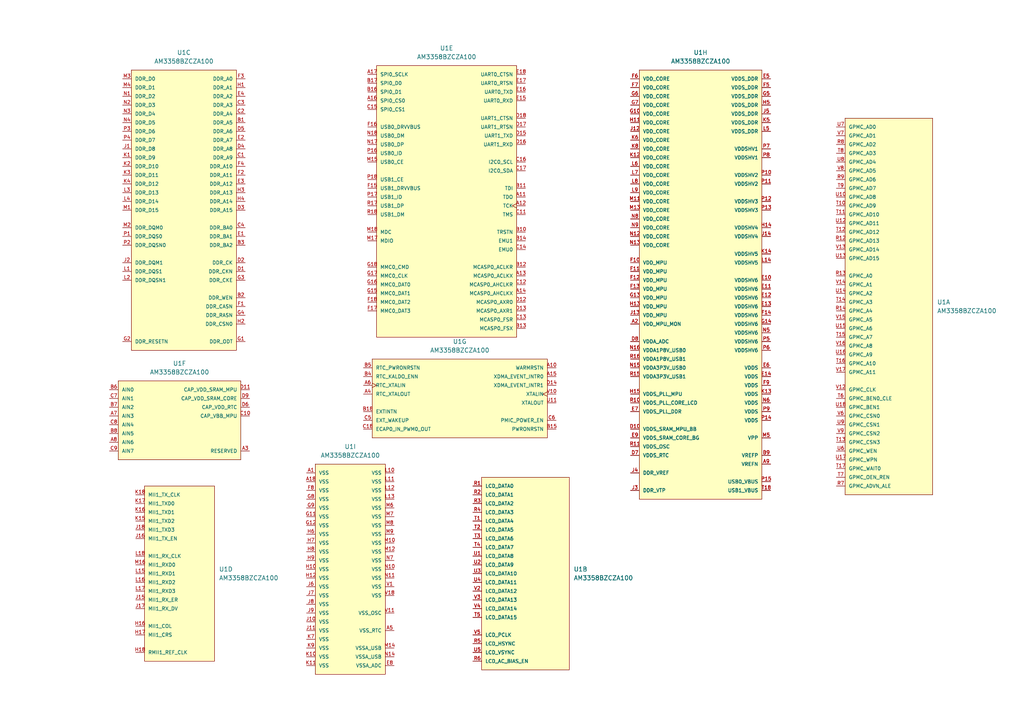
<source format=kicad_sch>
(kicad_sch (version 20211123) (generator eeschema)
  (paper "A4")
  (lib_symbols
    (symbol "eec:AM3358BZCZA100" (pin_names (offset 1.016))
      (property "Reference" "U" (at 0 5.08 0))
      (property "Value" "AM3358BZCZA100" (at 0 7.62 0))
      (symbol "AM3358BZCZA100_1_1"
        (rectangle (start 5.08 2.54) (end 30.48 -106.68) (fill (type background)))
        (pin bidirectional line (at 2.54 -33.02 0) (length 2.54) (name "GPMC_AD13") (number "R12"))
        (pin bidirectional line (at 2.54 -43.18 0) (length 2.54) (name "GPMC_A0") (number "R13"))
        (pin bidirectional line (at 2.54 -53.34 0) (length 2.54) (name "GPMC_A4") (number "R14"))
        (pin bidirectional line (at 2.54 -104.14 0) (length 2.54) (name "GPMC_ADVN_ALE") (number "R7"))
        (pin bidirectional line (at 2.54 -5.08 0) (length 2.54) (name "GPMC_AD2") (number "R8"))
        (pin bidirectional line (at 2.54 -15.24 0) (length 2.54) (name "GPMC_AD6") (number "R9"))
        (pin bidirectional line (at 2.54 -22.86 0) (length 2.54) (name "GPMC_AD9") (number "T10"))
        (pin bidirectional line (at 2.54 -25.4 0) (length 2.54) (name "GPMC_AD10") (number "T11"))
        (pin bidirectional line (at 2.54 -30.48 0) (length 2.54) (name "GPMC_AD12") (number "T12"))
        (pin bidirectional line (at 2.54 -91.44 0) (length 2.54) (name "GPMC_CSN3") (number "T13"))
        (pin bidirectional line (at 2.54 -50.8 0) (length 2.54) (name "GPMC_A3") (number "T14"))
        (pin bidirectional line (at 2.54 -60.96 0) (length 2.54) (name "GPMC_A7") (number "T15"))
        (pin bidirectional line (at 2.54 -68.58 0) (length 2.54) (name "GPMC_A10") (number "T16"))
        (pin bidirectional line (at 2.54 -99.06 0) (length 2.54) (name "GPMC_WAIT0") (number "T17"))
        (pin bidirectional line (at 2.54 -78.74 0) (length 2.54) (name "GPMC_BEN0_CLE") (number "T6"))
        (pin bidirectional line (at 2.54 -101.6 0) (length 2.54) (name "GPMC_OEN_REN") (number "T7"))
        (pin bidirectional line (at 2.54 -7.62 0) (length 2.54) (name "GPMC_AD3") (number "T8"))
        (pin bidirectional line (at 2.54 -17.78 0) (length 2.54) (name "GPMC_AD7") (number "T9"))
        (pin bidirectional line (at 2.54 -20.32 0) (length 2.54) (name "GPMC_AD8") (number "U10"))
        (pin bidirectional line (at 2.54 -27.94 0) (length 2.54) (name "GPMC_AD11") (number "U12"))
        (pin bidirectional line (at 2.54 -38.1 0) (length 2.54) (name "GPMC_AD15") (number "U13"))
        (pin bidirectional line (at 2.54 -48.26 0) (length 2.54) (name "GPMC_A2") (number "U14"))
        (pin bidirectional line (at 2.54 -58.42 0) (length 2.54) (name "GPMC_A6") (number "U15"))
        (pin bidirectional line (at 2.54 -66.04 0) (length 2.54) (name "GPMC_A9") (number "U16"))
        (pin bidirectional line (at 2.54 -96.52 0) (length 2.54) (name "GPMC_WPN") (number "U17"))
        (pin bidirectional line (at 2.54 -81.28 0) (length 2.54) (name "GPMC_BEN1") (number "U18"))
        (pin bidirectional line (at 2.54 -93.98 0) (length 2.54) (name "GPMC_WEN") (number "U6"))
        (pin bidirectional line (at 2.54 0 0) (length 2.54) (name "GPMC_AD0") (number "U7"))
        (pin bidirectional line (at 2.54 -10.16 0) (length 2.54) (name "GPMC_AD4") (number "U8"))
        (pin bidirectional line (at 2.54 -86.36 0) (length 2.54) (name "GPMC_CSN1") (number "U9"))
        (pin bidirectional line (at 2.54 -76.2 0) (length 2.54) (name "GPMC_CLK") (number "V12"))
        (pin bidirectional line (at 2.54 -35.56 0) (length 2.54) (name "GPMC_AD14") (number "V13"))
        (pin bidirectional line (at 2.54 -45.72 0) (length 2.54) (name "GPMC_A1") (number "V14"))
        (pin bidirectional line (at 2.54 -55.88 0) (length 2.54) (name "GPMC_A5") (number "V15"))
        (pin bidirectional line (at 2.54 -63.5 0) (length 2.54) (name "GPMC_A8") (number "V16"))
        (pin bidirectional line (at 2.54 -71.12 0) (length 2.54) (name "GPMC_A11") (number "V17"))
        (pin bidirectional line (at 2.54 -83.82 0) (length 2.54) (name "GPMC_CSN0") (number "V6"))
        (pin bidirectional line (at 2.54 -2.54 0) (length 2.54) (name "GPMC_AD1") (number "V7"))
        (pin bidirectional line (at 2.54 -12.7 0) (length 2.54) (name "GPMC_AD5") (number "V8"))
        (pin bidirectional line (at 2.54 -88.9 0) (length 2.54) (name "GPMC_CSN2") (number "V9"))
      )
      (symbol "AM3358BZCZA100_2_1"
        (rectangle (start 5.08 2.54) (end 30.48 -53.34) (fill (type background)))
        (pin bidirectional line (at 2.54 0 0) (length 2.54) (name "LCD_DATA0") (number "R1"))
        (pin bidirectional line (at 2.54 -2.54 0) (length 2.54) (name "LCD_DATA1") (number "R2"))
        (pin bidirectional line (at 2.54 -5.08 0) (length 2.54) (name "LCD_DATA2") (number "R3"))
        (pin bidirectional line (at 2.54 -7.62 0) (length 2.54) (name "LCD_DATA3") (number "R4"))
        (pin bidirectional line (at 2.54 -45.72 0) (length 2.54) (name "LCD_HSYNC") (number "R5"))
        (pin bidirectional line (at 2.54 -50.8 0) (length 2.54) (name "LCD_AC_BIAS_EN") (number "R6"))
        (pin bidirectional line (at 2.54 -10.16 0) (length 2.54) (name "LCD_DATA4") (number "T1"))
        (pin bidirectional line (at 2.54 -12.7 0) (length 2.54) (name "LCD_DATA5") (number "T2"))
        (pin bidirectional line (at 2.54 -15.24 0) (length 2.54) (name "LCD_DATA6") (number "T3"))
        (pin bidirectional line (at 2.54 -17.78 0) (length 2.54) (name "LCD_DATA7") (number "T4"))
        (pin bidirectional line (at 2.54 -38.1 0) (length 2.54) (name "LCD_DATA15") (number "T5"))
        (pin bidirectional line (at 2.54 -20.32 0) (length 2.54) (name "LCD_DATA8") (number "U1"))
        (pin bidirectional line (at 2.54 -22.86 0) (length 2.54) (name "LCD_DATA9") (number "U2"))
        (pin bidirectional line (at 2.54 -25.4 0) (length 2.54) (name "LCD_DATA10") (number "U3"))
        (pin bidirectional line (at 2.54 -27.94 0) (length 2.54) (name "LCD_DATA11") (number "U4"))
        (pin bidirectional line (at 2.54 -48.26 0) (length 2.54) (name "LCD_VSYNC") (number "U5"))
        (pin bidirectional line (at 2.54 -30.48 0) (length 2.54) (name "LCD_DATA12") (number "V2"))
        (pin bidirectional line (at 2.54 -33.02 0) (length 2.54) (name "LCD_DATA13") (number "V3"))
        (pin bidirectional line (at 2.54 -35.56 0) (length 2.54) (name "LCD_DATA14") (number "V4"))
        (pin bidirectional line (at 2.54 -43.18 0) (length 2.54) (name "LCD_PCLK") (number "V5"))
      )
      (symbol "AM3358BZCZA100_3_1"
        (rectangle (start 5.08 2.54) (end 35.56 -78.74) (fill (type background)))
        (pin output line (at 38.1 -12.7 180) (length 2.54) (name "DDR_A5") (number "B1"))
        (pin output line (at 38.1 -63.5 180) (length 2.54) (name "DDR_WEN") (number "B2"))
        (pin output line (at 38.1 -48.26 180) (length 2.54) (name "DDR_BA2") (number "B3"))
        (pin output line (at 38.1 -22.86 180) (length 2.54) (name "DDR_A9") (number "C1"))
        (pin output line (at 38.1 -10.16 180) (length 2.54) (name "DDR_A4") (number "C2"))
        (pin output line (at 38.1 -7.62 180) (length 2.54) (name "DDR_A3") (number "C3"))
        (pin output line (at 38.1 -43.18 180) (length 2.54) (name "DDR_BA0") (number "C4"))
        (pin output line (at 38.1 -55.88 180) (length 2.54) (name "DDR_CKN") (number "D1"))
        (pin output line (at 38.1 -53.34 180) (length 2.54) (name "DDR_CK") (number "D2"))
        (pin output line (at 38.1 -38.1 180) (length 2.54) (name "DDR_A15") (number "D3"))
        (pin output line (at 38.1 -20.32 180) (length 2.54) (name "DDR_A8") (number "D4"))
        (pin output line (at 38.1 -15.24 180) (length 2.54) (name "DDR_A6") (number "D5"))
        (pin output line (at 38.1 -45.72 180) (length 2.54) (name "DDR_BA1") (number "E1"))
        (pin output line (at 38.1 -17.78 180) (length 2.54) (name "DDR_A7") (number "E2"))
        (pin output line (at 38.1 -30.48 180) (length 2.54) (name "DDR_A12") (number "E3"))
        (pin output line (at 38.1 -5.08 180) (length 2.54) (name "DDR_A2") (number "E4"))
        (pin output line (at 38.1 -66.04 180) (length 2.54) (name "DDR_CASN") (number "F1"))
        (pin output line (at 38.1 -27.94 180) (length 2.54) (name "DDR_A11") (number "F2"))
        (pin output line (at 38.1 0 180) (length 2.54) (name "DDR_A0") (number "F3"))
        (pin output line (at 38.1 -25.4 180) (length 2.54) (name "DDR_A10") (number "F4"))
        (pin output line (at 38.1 -76.2 180) (length 2.54) (name "DDR_ODT") (number "G1"))
        (pin output line (at 2.54 -76.2 0) (length 2.54) (name "DDR_RESETN") (number "G2"))
        (pin output line (at 38.1 -58.42 180) (length 2.54) (name "DDR_CKE") (number "G3"))
        (pin output line (at 38.1 -68.58 180) (length 2.54) (name "DDR_RASN") (number "G4"))
        (pin output line (at 38.1 -2.54 180) (length 2.54) (name "DDR_A1") (number "H1"))
        (pin output line (at 38.1 -71.12 180) (length 2.54) (name "DDR_CSN0") (number "H2"))
        (pin output line (at 38.1 -33.02 180) (length 2.54) (name "DDR_A13") (number "H3"))
        (pin output line (at 38.1 -35.56 180) (length 2.54) (name "DDR_A14") (number "H4"))
        (pin bidirectional line (at 2.54 -20.32 0) (length 2.54) (name "DDR_D8") (number "J1"))
        (pin output line (at 2.54 -53.34 0) (length 2.54) (name "DDR_DQM1") (number "J2"))
        (pin bidirectional line (at 2.54 -22.86 0) (length 2.54) (name "DDR_D9") (number "K1"))
        (pin bidirectional line (at 2.54 -25.4 0) (length 2.54) (name "DDR_D10") (number "K2"))
        (pin bidirectional line (at 2.54 -27.94 0) (length 2.54) (name "DDR_D11") (number "K3"))
        (pin bidirectional line (at 2.54 -30.48 0) (length 2.54) (name "DDR_D12") (number "K4"))
        (pin bidirectional line (at 2.54 -55.88 0) (length 2.54) (name "DDR_DQS1") (number "L1"))
        (pin bidirectional line (at 2.54 -58.42 0) (length 2.54) (name "DDR_DQSN1") (number "L2"))
        (pin bidirectional line (at 2.54 -33.02 0) (length 2.54) (name "DDR_D13") (number "L3"))
        (pin bidirectional line (at 2.54 -35.56 0) (length 2.54) (name "DDR_D14") (number "L4"))
        (pin bidirectional line (at 2.54 -38.1 0) (length 2.54) (name "DDR_D15") (number "M1"))
        (pin output line (at 2.54 -43.18 0) (length 2.54) (name "DDR_DQM0") (number "M2"))
        (pin bidirectional line (at 2.54 0 0) (length 2.54) (name "DDR_D0") (number "M3"))
        (pin bidirectional line (at 2.54 -2.54 0) (length 2.54) (name "DDR_D1") (number "M4"))
        (pin bidirectional line (at 2.54 -5.08 0) (length 2.54) (name "DDR_D2") (number "N1"))
        (pin bidirectional line (at 2.54 -7.62 0) (length 2.54) (name "DDR_D3") (number "N2"))
        (pin bidirectional line (at 2.54 -10.16 0) (length 2.54) (name "DDR_D4") (number "N3"))
        (pin bidirectional line (at 2.54 -12.7 0) (length 2.54) (name "DDR_D5") (number "N4"))
        (pin bidirectional line (at 2.54 -45.72 0) (length 2.54) (name "DDR_DQS0") (number "P1"))
        (pin bidirectional line (at 2.54 -48.26 0) (length 2.54) (name "DDR_DQSN0") (number "P2"))
        (pin bidirectional line (at 2.54 -15.24 0) (length 2.54) (name "DDR_D6") (number "P3"))
        (pin bidirectional line (at 2.54 -17.78 0) (length 2.54) (name "DDR_D7") (number "P4"))
      )
      (symbol "AM3358BZCZA100_4_1"
        (rectangle (start 5.08 2.54) (end 25.4 -48.26) (fill (type background)))
        (pin bidirectional line (at 2.54 -38.1 0) (length 2.54) (name "MII1_COL") (number "H16"))
        (pin bidirectional line (at 2.54 -40.64 0) (length 2.54) (name "MII1_CRS") (number "H17"))
        (pin bidirectional line (at 2.54 -45.72 0) (length 2.54) (name "RMII1_REF_CLK") (number "H18"))
        (pin bidirectional line (at 2.54 -30.48 0) (length 2.54) (name "MII1_RX_ER") (number "J15"))
        (pin bidirectional line (at 2.54 -12.7 0) (length 2.54) (name "MII1_TX_EN") (number "J16"))
        (pin bidirectional line (at 2.54 -33.02 0) (length 2.54) (name "MII1_RX_DV") (number "J17"))
        (pin bidirectional line (at 2.54 -10.16 0) (length 2.54) (name "MII1_TXD3") (number "J18"))
        (pin bidirectional line (at 2.54 -7.62 0) (length 2.54) (name "MII1_TXD2") (number "K15"))
        (pin bidirectional line (at 2.54 -5.08 0) (length 2.54) (name "MII1_TXD1") (number "K16"))
        (pin bidirectional line (at 2.54 -2.54 0) (length 2.54) (name "MII1_TXD0") (number "K17"))
        (pin bidirectional line (at 2.54 0 0) (length 2.54) (name "MII1_TX_CLK") (number "K18"))
        (pin bidirectional line (at 2.54 -22.86 0) (length 2.54) (name "MII1_RXD1") (number "L15"))
        (pin bidirectional line (at 2.54 -25.4 0) (length 2.54) (name "MII1_RXD2") (number "L16"))
        (pin bidirectional line (at 2.54 -27.94 0) (length 2.54) (name "MII1_RXD3") (number "L17"))
        (pin bidirectional line (at 2.54 -17.78 0) (length 2.54) (name "MII1_RX_CLK") (number "L18"))
        (pin bidirectional line (at 2.54 -20.32 0) (length 2.54) (name "MII1_RXD0") (number "M16"))
      )
      (symbol "AM3358BZCZA100_5_1"
        (rectangle (start 5.08 2.54) (end 45.72 -76.2) (fill (type background)))
        (pin output line (at 48.26 -35.56 180) (length 2.54) (name "TDO") (number "A11"))
        (pin input clock (at 48.26 -38.1 180) (length 2.54) (name "TCK") (number "A12"))
        (pin bidirectional line (at 48.26 -58.42 180) (length 2.54) (name "MCASP0_ACLKX") (number "A13"))
        (pin bidirectional line (at 48.26 -63.5 180) (length 2.54) (name "MCASP0_AHCLKX") (number "A14"))
        (pin bidirectional line (at 2.54 -7.62 0) (length 2.54) (name "SPI0_CS0") (number "A16"))
        (pin bidirectional line (at 2.54 0 0) (length 2.54) (name "SPI0_SCLK") (number "A17"))
        (pin input line (at 48.26 -45.72 180) (length 2.54) (name "TRSTN") (number "B10"))
        (pin input line (at 48.26 -33.02 180) (length 2.54) (name "TDI") (number "B11"))
        (pin bidirectional line (at 48.26 -55.88 180) (length 2.54) (name "MCASP0_ACLKR") (number "B12"))
        (pin bidirectional line (at 48.26 -73.66 180) (length 2.54) (name "MCASP0_FSX") (number "B13"))
        (pin bidirectional line (at 48.26 -48.26 180) (length 2.54) (name "EMU1") (number "B14"))
        (pin bidirectional line (at 2.54 -5.08 0) (length 2.54) (name "SPI0_D1") (number "B16"))
        (pin bidirectional line (at 2.54 -2.54 0) (length 2.54) (name "SPI0_D0") (number "B17"))
        (pin input line (at 48.26 -40.64 180) (length 2.54) (name "TMS") (number "C11"))
        (pin bidirectional line (at 48.26 -60.96 180) (length 2.54) (name "MCASP0_AHCLKR") (number "C12"))
        (pin bidirectional line (at 48.26 -71.12 180) (length 2.54) (name "MCASP0_FSR") (number "C13"))
        (pin bidirectional line (at 48.26 -50.8 180) (length 2.54) (name "EMU0") (number "C14"))
        (pin bidirectional line (at 2.54 -10.16 0) (length 2.54) (name "SPI0_CS1") (number "C15"))
        (pin bidirectional line (at 48.26 -25.4 180) (length 2.54) (name "I2C0_SCL") (number "C16"))
        (pin bidirectional line (at 48.26 -27.94 180) (length 2.54) (name "I2C0_SDA") (number "C17"))
        (pin bidirectional line (at 48.26 -66.04 180) (length 2.54) (name "MCASP0_AXR0") (number "D12"))
        (pin bidirectional line (at 48.26 -68.58 180) (length 2.54) (name "MCASP0_AXR1") (number "D13"))
        (pin bidirectional line (at 48.26 -17.78 180) (length 2.54) (name "UART1_TXD") (number "D15"))
        (pin bidirectional line (at 48.26 -20.32 180) (length 2.54) (name "UART1_RXD") (number "D16"))
        (pin bidirectional line (at 48.26 -15.24 180) (length 2.54) (name "UART1_RTSN") (number "D17"))
        (pin bidirectional line (at 48.26 -12.7 180) (length 2.54) (name "UART1_CTSN") (number "D18"))
        (pin bidirectional line (at 48.26 -7.62 180) (length 2.54) (name "UART0_RXD") (number "E15"))
        (pin bidirectional line (at 48.26 -5.08 180) (length 2.54) (name "UART0_TXD") (number "E16"))
        (pin bidirectional line (at 48.26 -2.54 180) (length 2.54) (name "UART0_RTSN") (number "E17"))
        (pin bidirectional line (at 48.26 0 180) (length 2.54) (name "UART0_CTSN") (number "E18"))
        (pin bidirectional line (at 2.54 -33.02 0) (length 2.54) (name "USB1_DRVVBUS") (number "F15"))
        (pin bidirectional line (at 2.54 -15.24 0) (length 2.54) (name "USB0_DRVVBUS") (number "F16"))
        (pin bidirectional line (at 2.54 -68.58 0) (length 2.54) (name "MMC0_DAT3") (number "F17"))
        (pin bidirectional line (at 2.54 -66.04 0) (length 2.54) (name "MMC0_DAT2") (number "F18"))
        (pin bidirectional line (at 2.54 -63.5 0) (length 2.54) (name "MMC0_DAT1") (number "G15"))
        (pin bidirectional line (at 2.54 -60.96 0) (length 2.54) (name "MMC0_DAT0") (number "G16"))
        (pin bidirectional line (at 2.54 -58.42 0) (length 2.54) (name "MMC0_CLK") (number "G17"))
        (pin bidirectional line (at 2.54 -55.88 0) (length 2.54) (name "MMC0_CMD") (number "G18"))
        (pin output line (at 2.54 -25.4 0) (length 2.54) (name "USB0_CE") (number "M15"))
        (pin bidirectional line (at 2.54 -48.26 0) (length 2.54) (name "MDIO") (number "M17"))
        (pin bidirectional line (at 2.54 -45.72 0) (length 2.54) (name "MDC") (number "M18"))
        (pin output line (at 2.54 -20.32 0) (length 2.54) (name "USB0_DP") (number "N17"))
        (pin output line (at 2.54 -17.78 0) (length 2.54) (name "USB0_DM") (number "N18"))
        (pin input line (at 2.54 -22.86 0) (length 2.54) (name "USB0_ID") (number "P16"))
        (pin input line (at 2.54 -35.56 0) (length 2.54) (name "USB1_ID") (number "P17"))
        (pin output line (at 2.54 -30.48 0) (length 2.54) (name "USB1_CE") (number "P18"))
        (pin output line (at 2.54 -38.1 0) (length 2.54) (name "USB1_DP") (number "R17"))
        (pin output line (at 2.54 -40.64 0) (length 2.54) (name "USB1_DM") (number "R18"))
      )
      (symbol "AM3358BZCZA100_6_1"
        (rectangle (start 5.08 2.54) (end 40.64 -20.32) (fill (type background)))
        (pin passive line (at 43.18 -17.78 180) (length 2.54) (name "RESERVED") (number "A3"))
        (pin bidirectional line (at 2.54 -7.62 0) (length 2.54) (name "AIN3") (number "A7"))
        (pin input line (at 2.54 -15.24 0) (length 2.54) (name "AIN6") (number "A8"))
        (pin bidirectional line (at 2.54 0 0) (length 2.54) (name "AIN0") (number "B6"))
        (pin bidirectional line (at 2.54 -5.08 0) (length 2.54) (name "AIN2") (number "B7"))
        (pin input line (at 2.54 -12.7 0) (length 2.54) (name "AIN5") (number "B8"))
        (pin passive line (at 43.18 -7.62 180) (length 2.54) (name "CAP_VBB_MPU") (number "C10"))
        (pin bidirectional line (at 2.54 -2.54 0) (length 2.54) (name "AIN1") (number "C7"))
        (pin bidirectional line (at 2.54 -10.16 0) (length 2.54) (name "AIN4") (number "C8"))
        (pin input line (at 2.54 -17.78 0) (length 2.54) (name "AIN7") (number "C9"))
        (pin passive line (at 43.18 0 180) (length 2.54) (name "CAP_VDD_SRAM_MPU") (number "D11"))
        (pin passive line (at 43.18 -5.08 180) (length 2.54) (name "CAP_VDD_RTC") (number "D6"))
        (pin passive line (at 43.18 -2.54 180) (length 2.54) (name "CAP_VDD_SRAM_CORE") (number "D9"))
      )
      (symbol "AM3358BZCZA100_7_1"
        (rectangle (start 5.08 2.54) (end 55.88 -20.32) (fill (type background)))
        (pin bidirectional line (at 58.42 0 180) (length 2.54) (name "WARMRSTN") (number "A10"))
        (pin input line (at 58.42 -2.54 180) (length 2.54) (name "XDMA_EVENT_INTR0") (number "A15"))
        (pin output line (at 2.54 -7.62 0) (length 2.54) (name "RTC_XTALOUT") (number "A4"))
        (pin input clock (at 2.54 -5.08 0) (length 2.54) (name "RTC_XTALIN") (number "A6"))
        (pin input line (at 58.42 -17.78 180) (length 2.54) (name "PWRONRSTN") (number "B15"))
        (pin input line (at 2.54 -12.7 0) (length 2.54) (name "EXTINTN") (number "B18"))
        (pin input line (at 2.54 -2.54 0) (length 2.54) (name "RTC_KALDO_ENN") (number "B4"))
        (pin input line (at 2.54 0 0) (length 2.54) (name "RTC_PWRONRSTN") (number "B5"))
        (pin bidirectional line (at 2.54 -17.78 0) (length 2.54) (name "ECAP0_IN_PWM0_OUT") (number "C18"))
        (pin input line (at 2.54 -15.24 0) (length 2.54) (name "EXT_WAKEUP") (number "C5"))
        (pin output line (at 58.42 -15.24 180) (length 2.54) (name "PMIC_POWER_EN") (number "C6"))
        (pin input line (at 58.42 -5.08 180) (length 2.54) (name "XDMA_EVENT_INTR1") (number "D14"))
        (pin output line (at 58.42 -10.16 180) (length 2.54) (name "XTALOUT") (number "U11"))
        (pin input clock (at 58.42 -7.62 180) (length 2.54) (name "XTALIN") (number "V10"))
      )
      (symbol "AM3358BZCZA100_8_1"
        (rectangle (start 5.08 2.54) (end 40.64 -121.92) (fill (type background)))
        (pin power_in line (at 2.54 -71.12 0) (length 2.54) (name "VDD_MPU_MON") (number "A2"))
        (pin power_in line (at 43.18 -111.76 180) (length 2.54) (name "VREFN") (number "A9"))
        (pin power_in line (at 43.18 -109.22 180) (length 2.54) (name "VREFP") (number "B9"))
        (pin power_in line (at 2.54 -101.6 0) (length 2.54) (name "VDDS_SRAM_MPU_BB") (number "D10"))
        (pin power_in line (at 2.54 -109.22 0) (length 2.54) (name "VDDS_RTC") (number "D7"))
        (pin power_in line (at 2.54 -76.2 0) (length 2.54) (name "VDDA_ADC") (number "D8"))
        (pin power_in line (at 43.18 -58.42 180) (length 2.54) (name "VDDSHV6") (number "E10"))
        (pin power_in line (at 43.18 -60.96 180) (length 2.54) (name "VDDSHV6") (number "E11"))
        (pin power_in line (at 43.18 -63.5 180) (length 2.54) (name "VDDSHV6") (number "E12"))
        (pin power_in line (at 43.18 -66.04 180) (length 2.54) (name "VDDSHV6") (number "E13"))
        (pin power_in line (at 43.18 -86.36 180) (length 2.54) (name "VDDS") (number "E14"))
        (pin power_in line (at 43.18 0 180) (length 2.54) (name "VDDS_DDR") (number "E5"))
        (pin power_in line (at 43.18 -83.82 180) (length 2.54) (name "VDDS") (number "E6"))
        (pin power_in line (at 2.54 -96.52 0) (length 2.54) (name "VDDS_PLL_DDR") (number "E7"))
        (pin power_in line (at 2.54 -104.14 0) (length 2.54) (name "VDDS_SRAM_CORE_BG") (number "E9"))
        (pin power_in line (at 2.54 -53.34 0) (length 2.54) (name "VDD_MPU") (number "F10"))
        (pin power_in line (at 2.54 -55.88 0) (length 2.54) (name "VDD_MPU") (number "F11"))
        (pin power_in line (at 2.54 -58.42 0) (length 2.54) (name "VDD_MPU") (number "F12"))
        (pin power_in line (at 2.54 -60.96 0) (length 2.54) (name "VDD_MPU") (number "F13"))
        (pin power_in line (at 43.18 -68.58 180) (length 2.54) (name "VDDSHV6") (number "F14"))
        (pin power_in line (at 43.18 -2.54 180) (length 2.54) (name "VDDS_DDR") (number "F5"))
        (pin power_in line (at 2.54 0 0) (length 2.54) (name "VDD_CORE") (number "F6"))
        (pin power_in line (at 2.54 -2.54 0) (length 2.54) (name "VDD_CORE") (number "F7"))
        (pin power_in line (at 43.18 -88.9 180) (length 2.54) (name "VDDS") (number "F9"))
        (pin power_in line (at 2.54 -10.16 0) (length 2.54) (name "VDD_CORE") (number "G10"))
        (pin power_in line (at 2.54 -63.5 0) (length 2.54) (name "VDD_MPU") (number "G13"))
        (pin power_in line (at 43.18 -71.12 180) (length 2.54) (name "VDDSHV6") (number "G14"))
        (pin power_in line (at 43.18 -5.08 180) (length 2.54) (name "VDDS_DDR") (number "G5"))
        (pin power_in line (at 2.54 -5.08 0) (length 2.54) (name "VDD_CORE") (number "G6"))
        (pin power_in line (at 2.54 -7.62 0) (length 2.54) (name "VDD_CORE") (number "G7"))
        (pin power_in line (at 2.54 -12.7 0) (length 2.54) (name "VDD_CORE") (number "H11"))
        (pin power_in line (at 2.54 -66.04 0) (length 2.54) (name "VDD_MPU") (number "H13"))
        (pin power_in line (at 43.18 -43.18 180) (length 2.54) (name "VDDSHV4") (number "H14"))
        (pin power_in line (at 2.54 -91.44 0) (length 2.54) (name "VDDS_PLL_MPU") (number "H15"))
        (pin power_in line (at 43.18 -7.62 180) (length 2.54) (name "VDDS_DDR") (number "H5"))
        (pin power_in line (at 2.54 -15.24 0) (length 2.54) (name "VDD_CORE") (number "J12"))
        (pin power_in line (at 2.54 -68.58 0) (length 2.54) (name "VDD_MPU") (number "J13"))
        (pin power_in line (at 43.18 -45.72 180) (length 2.54) (name "VDDSHV4") (number "J14"))
        (pin power_in line (at 2.54 -119.38 0) (length 2.54) (name "DDR_VTP") (number "J3"))
        (pin power_in line (at 2.54 -114.3 0) (length 2.54) (name "DDR_VREF") (number "J4"))
        (pin power_in line (at 43.18 -10.16 180) (length 2.54) (name "VDDS_DDR") (number "J5"))
        (pin power_in line (at 2.54 -22.86 0) (length 2.54) (name "VDD_CORE") (number "K12"))
        (pin power_in line (at 43.18 -91.44 180) (length 2.54) (name "VDDS") (number "K13"))
        (pin power_in line (at 43.18 -50.8 180) (length 2.54) (name "VDDSHV5") (number "K14"))
        (pin power_in line (at 43.18 -12.7 180) (length 2.54) (name "VDDS_DDR") (number "K5"))
        (pin power_in line (at 2.54 -17.78 0) (length 2.54) (name "VDD_CORE") (number "K6"))
        (pin power_in line (at 2.54 -20.32 0) (length 2.54) (name "VDD_CORE") (number "K8"))
        (pin power_in line (at 43.18 -53.34 180) (length 2.54) (name "VDDSHV5") (number "L14"))
        (pin power_in line (at 43.18 -15.24 180) (length 2.54) (name "VDDS_DDR") (number "L5"))
        (pin power_in line (at 2.54 -25.4 0) (length 2.54) (name "VDD_CORE") (number "L6"))
        (pin power_in line (at 2.54 -27.94 0) (length 2.54) (name "VDD_CORE") (number "L7"))
        (pin power_in line (at 2.54 -30.48 0) (length 2.54) (name "VDD_CORE") (number "L8"))
        (pin power_in line (at 2.54 -33.02 0) (length 2.54) (name "VDD_CORE") (number "L9"))
        (pin power_in line (at 2.54 -35.56 0) (length 2.54) (name "VDD_CORE") (number "M11"))
        (pin power_in line (at 2.54 -38.1 0) (length 2.54) (name "VDD_CORE") (number "M13"))
        (pin power_in line (at 43.18 -104.14 180) (length 2.54) (name "VPP") (number "M5"))
        (pin power_in line (at 2.54 -45.72 0) (length 2.54) (name "VDD_CORE") (number "N12"))
        (pin power_in line (at 2.54 -48.26 0) (length 2.54) (name "VDD_CORE") (number "N13"))
        (pin power_in line (at 2.54 -83.82 0) (length 2.54) (name "VDDA3P3V_USB0") (number "N15"))
        (pin power_in line (at 2.54 -78.74 0) (length 2.54) (name "VDDA1P8V_USB0") (number "N16"))
        (pin power_in line (at 43.18 -73.66 180) (length 2.54) (name "VDDSHV6") (number "N5"))
        (pin power_in line (at 43.18 -93.98 180) (length 2.54) (name "VDDS") (number "N6"))
        (pin power_in line (at 2.54 -40.64 0) (length 2.54) (name "VDD_CORE") (number "N8"))
        (pin power_in line (at 2.54 -43.18 0) (length 2.54) (name "VDD_CORE") (number "N9"))
        (pin power_in line (at 43.18 -27.94 180) (length 2.54) (name "VDDSHV2") (number "P10"))
        (pin power_in line (at 43.18 -30.48 180) (length 2.54) (name "VDDSHV2") (number "P11"))
        (pin power_in line (at 43.18 -35.56 180) (length 2.54) (name "VDDSHV3") (number "P12"))
        (pin power_in line (at 43.18 -38.1 180) (length 2.54) (name "VDDSHV3") (number "P13"))
        (pin power_in line (at 43.18 -99.06 180) (length 2.54) (name "VDDS") (number "P14"))
        (pin power_in line (at 43.18 -116.84 180) (length 2.54) (name "USB0_VBUS") (number "P15"))
        (pin power_in line (at 43.18 -76.2 180) (length 2.54) (name "VDDSHV6") (number "P5"))
        (pin power_in line (at 43.18 -78.74 180) (length 2.54) (name "VDDSHV6") (number "P6"))
        (pin power_in line (at 43.18 -20.32 180) (length 2.54) (name "VDDSHV1") (number "P7"))
        (pin power_in line (at 43.18 -22.86 180) (length 2.54) (name "VDDSHV1") (number "P8"))
        (pin power_in line (at 43.18 -96.52 180) (length 2.54) (name "VDDS") (number "P9"))
        (pin power_in line (at 2.54 -93.98 0) (length 2.54) (name "VDDS_PLL_CORE_LCD") (number "R10"))
        (pin power_in line (at 2.54 -106.68 0) (length 2.54) (name "VDDS_OSC") (number "R11"))
        (pin power_in line (at 2.54 -86.36 0) (length 2.54) (name "VDDA3P3V_USB1") (number "R15"))
        (pin power_in line (at 2.54 -81.28 0) (length 2.54) (name "VDDA1P8V_USB1") (number "R16"))
        (pin power_in line (at 43.18 -119.38 180) (length 2.54) (name "USB1_VBUS") (number "T18"))
      )
      (symbol "AM3358BZCZA100_9_1"
        (rectangle (start 5.08 2.54) (end 25.4 -58.42) (fill (type background)))
        (pin passive line (at 2.54 0 0) (length 2.54) (name "VSS") (number "A1"))
        (pin passive line (at 2.54 -2.54 0) (length 2.54) (name "VSS") (number "A18"))
        (pin passive line (at 27.94 -45.72 180) (length 2.54) (name "VSS_RTC") (number "A5"))
        (pin passive line (at 27.94 -55.88 180) (length 2.54) (name "VSSA_ADC") (number "E8"))
        (pin passive line (at 2.54 -5.08 0) (length 2.54) (name "VSS") (number "F8"))
        (pin passive line (at 2.54 -12.7 0) (length 2.54) (name "VSS") (number "G11"))
        (pin passive line (at 2.54 -15.24 0) (length 2.54) (name "VSS") (number "G12"))
        (pin passive line (at 2.54 -7.62 0) (length 2.54) (name "VSS") (number "G8"))
        (pin passive line (at 2.54 -10.16 0) (length 2.54) (name "VSS") (number "G9"))
        (pin passive line (at 2.54 -27.94 0) (length 2.54) (name "VSS") (number "H10"))
        (pin passive line (at 2.54 -30.48 0) (length 2.54) (name "VSS") (number "H12"))
        (pin passive line (at 2.54 -17.78 0) (length 2.54) (name "VSS") (number "H6"))
        (pin passive line (at 2.54 -20.32 0) (length 2.54) (name "VSS") (number "H7"))
        (pin passive line (at 2.54 -22.86 0) (length 2.54) (name "VSS") (number "H8"))
        (pin passive line (at 2.54 -25.4 0) (length 2.54) (name "VSS") (number "H9"))
        (pin passive line (at 2.54 -43.18 0) (length 2.54) (name "VSS") (number "J10"))
        (pin passive line (at 2.54 -45.72 0) (length 2.54) (name "VSS") (number "J11"))
        (pin passive line (at 2.54 -33.02 0) (length 2.54) (name "VSS") (number "J6"))
        (pin passive line (at 2.54 -35.56 0) (length 2.54) (name "VSS") (number "J7"))
        (pin passive line (at 2.54 -38.1 0) (length 2.54) (name "VSS") (number "J8"))
        (pin passive line (at 2.54 -40.64 0) (length 2.54) (name "VSS") (number "J9"))
        (pin passive line (at 2.54 -53.34 0) (length 2.54) (name "VSS") (number "K10"))
        (pin passive line (at 2.54 -55.88 0) (length 2.54) (name "VSS") (number "K11"))
        (pin passive line (at 2.54 -48.26 0) (length 2.54) (name "VSS") (number "K7"))
        (pin passive line (at 2.54 -50.8 0) (length 2.54) (name "VSS") (number "K9"))
        (pin passive line (at 27.94 0 180) (length 2.54) (name "VSS") (number "L10"))
        (pin passive line (at 27.94 -2.54 180) (length 2.54) (name "VSS") (number "L11"))
        (pin passive line (at 27.94 -5.08 180) (length 2.54) (name "VSS") (number "L12"))
        (pin passive line (at 27.94 -7.62 180) (length 2.54) (name "VSS") (number "L13"))
        (pin passive line (at 27.94 -20.32 180) (length 2.54) (name "VSS") (number "M10"))
        (pin passive line (at 27.94 -22.86 180) (length 2.54) (name "VSS") (number "M12"))
        (pin passive line (at 27.94 -50.8 180) (length 2.54) (name "VSSA_USB") (number "M14"))
        (pin passive line (at 27.94 -10.16 180) (length 2.54) (name "VSS") (number "M6"))
        (pin passive line (at 27.94 -12.7 180) (length 2.54) (name "VSS") (number "M7"))
        (pin passive line (at 27.94 -15.24 180) (length 2.54) (name "VSS") (number "M8"))
        (pin passive line (at 27.94 -17.78 180) (length 2.54) (name "VSS") (number "M9"))
        (pin passive line (at 27.94 -27.94 180) (length 2.54) (name "VSS") (number "N10"))
        (pin passive line (at 27.94 -30.48 180) (length 2.54) (name "VSS") (number "N11"))
        (pin passive line (at 27.94 -53.34 180) (length 2.54) (name "VSSA_USB") (number "N14"))
        (pin passive line (at 27.94 -25.4 180) (length 2.54) (name "VSS") (number "N7"))
        (pin passive line (at 27.94 -33.02 180) (length 2.54) (name "VSS") (number "V1"))
        (pin passive line (at 27.94 -40.64 180) (length 2.54) (name "VSS_OSC") (number "V11"))
        (pin passive line (at 27.94 -35.56 180) (length 2.54) (name "VSS") (number "V18"))
      )
    )
  )
  (symbol (lib_id "eec:AM3358BZCZA100") (at 180.34 22.86 0) (unit 8)
    (property "Reference" "U1" (at 203.2 15.24 0))
    (property "Value" "AM3358BZCZA100" (at 203.2 17.78 0))
    (property "Footprint" "eec:Texas_Instruments-AM3358BZCZA100-Manufacturer_Recommended" (effects hide))
    (property "Datasheet" "http://www.ti.com/lit/ds/symlink/am3352.pdf" (effects hide))
    (property "ARM CPU" "Cortex-A8" (effects hide))
    (property "CAN" "2" (effects hide))
    (property "Component Link 1 Description" "Manufacturer URL" (effects hide))
    (property "Component Link 1 URL" "http://www.ti.com/" (effects hide))
    (property "Component Link 3 Description" "Package Specification" (effects hide))
    (property "Component Link 3 URL" "http://www.ti.com/lit/ds/symlink/am3352.pdf" (effects hide))
    (property "Datasheet Version" "SPRS717F" (effects hide))
    (property "I 2 C" "3" (effects hide))
    (property "Mounting Technology" "Surface Mount" (effects hide))
    (property "Operating Temperature" "-40 to 105 degC" (effects hide))
    (property "Package Description" "324-Pin Plastic Ball Grid Array, Body 15 x 15 mm, Pitch 0.8 mm" (effects hide))
    (property "Package Version" "4211570/A" (effects hide))
    (property "SPI" "2" (effects hide))
    (property "UART SCI" "6" (effects hide))
    (property "category" "IC" (effects hide))
    (property "ciiva ids" "8821628" (effects hide))
    (property "library id" "98b6af279556e95e" (effects hide))
    (property "manufacturer" "Texas Instruments" (effects hide))
    (property "package" "ZCZ324" (effects hide))
    (property "release date" "1384951385" (effects hide))
    (property "vault revision" "D013F1F1-4D1E-4E19-AF8E-A8ECCC60F683" (effects hide))
    (property "e CAP" "3" (effects hide))
    (property "e QEP" "3" (effects hide))
    (property "imported" "yes" (effects hide))
  )
  (symbol (lib_id "eec:AM3358BZCZA100") (at 102.87 106.68 0) (unit 7)
    (property "Reference" "U1" (at 133.35 99.06 0))
    (property "Value" "AM3358BZCZA100" (at 133.35 101.6 0))
    (property "Footprint" "eec:Texas_Instruments-AM3358BZCZA100-Manufacturer_Recommended" (effects hide))
    (property "Datasheet" "http://www.ti.com/lit/ds/symlink/am3352.pdf" (effects hide))
    (property "ARM CPU" "Cortex-A8" (effects hide))
    (property "CAN" "2" (effects hide))
    (property "Component Link 1 Description" "Manufacturer URL" (effects hide))
    (property "Component Link 1 URL" "http://www.ti.com/" (effects hide))
    (property "Component Link 3 Description" "Package Specification" (effects hide))
    (property "Component Link 3 URL" "http://www.ti.com/lit/ds/symlink/am3352.pdf" (effects hide))
    (property "Datasheet Version" "SPRS717F" (effects hide))
    (property "I 2 C" "3" (effects hide))
    (property "Mounting Technology" "Surface Mount" (effects hide))
    (property "Operating Temperature" "-40 to 105 degC" (effects hide))
    (property "Package Description" "324-Pin Plastic Ball Grid Array, Body 15 x 15 mm, Pitch 0.8 mm" (effects hide))
    (property "Package Version" "4211570/A" (effects hide))
    (property "SPI" "2" (effects hide))
    (property "UART SCI" "6" (effects hide))
    (property "category" "IC" (effects hide))
    (property "ciiva ids" "8821628" (effects hide))
    (property "library id" "98b6af279556e95e" (effects hide))
    (property "manufacturer" "Texas Instruments" (effects hide))
    (property "package" "ZCZ324" (effects hide))
    (property "release date" "1384951385" (effects hide))
    (property "vault revision" "D013F1F1-4D1E-4E19-AF8E-A8ECCC60F683" (effects hide))
    (property "e CAP" "3" (effects hide))
    (property "e QEP" "3" (effects hide))
    (property "imported" "yes" (effects hide))
  )
  (symbol (lib_id "eec:AM3358BZCZA100") (at 29.21 113.03 0) (unit 6)
    (property "Reference" "U1" (at 52.07 105.41 0))
    (property "Value" "AM3358BZCZA100" (at 52.07 107.95 0))
    (property "Footprint" "eec:Texas_Instruments-AM3358BZCZA100-Manufacturer_Recommended" (effects hide))
    (property "Datasheet" "http://www.ti.com/lit/ds/symlink/am3352.pdf" (effects hide))
    (property "ARM CPU" "Cortex-A8" (effects hide))
    (property "CAN" "2" (effects hide))
    (property "Component Link 1 Description" "Manufacturer URL" (effects hide))
    (property "Component Link 1 URL" "http://www.ti.com/" (effects hide))
    (property "Component Link 3 Description" "Package Specification" (effects hide))
    (property "Component Link 3 URL" "http://www.ti.com/lit/ds/symlink/am3352.pdf" (effects hide))
    (property "Datasheet Version" "SPRS717F" (effects hide))
    (property "I 2 C" "3" (effects hide))
    (property "Mounting Technology" "Surface Mount" (effects hide))
    (property "Operating Temperature" "-40 to 105 degC" (effects hide))
    (property "Package Description" "324-Pin Plastic Ball Grid Array, Body 15 x 15 mm, Pitch 0.8 mm" (effects hide))
    (property "Package Version" "4211570/A" (effects hide))
    (property "SPI" "2" (effects hide))
    (property "UART SCI" "6" (effects hide))
    (property "category" "IC" (effects hide))
    (property "ciiva ids" "8821628" (effects hide))
    (property "library id" "98b6af279556e95e" (effects hide))
    (property "manufacturer" "Texas Instruments" (effects hide))
    (property "package" "ZCZ324" (effects hide))
    (property "release date" "1384951385" (effects hide))
    (property "vault revision" "D013F1F1-4D1E-4E19-AF8E-A8ECCC60F683" (effects hide))
    (property "e CAP" "3" (effects hide))
    (property "e QEP" "3" (effects hide))
    (property "imported" "yes" (effects hide))
  )
  (symbol (lib_id "eec:AM3358BZCZA100") (at 33.02 22.86 0) (unit 3)
    (property "Reference" "U1" (at 53.34 15.24 0))
    (property "Value" "AM3358BZCZA100" (at 53.34 17.78 0))
    (property "Footprint" "eec:Texas_Instruments-AM3358BZCZA100-Manufacturer_Recommended" (effects hide))
    (property "Datasheet" "http://www.ti.com/lit/ds/symlink/am3352.pdf" (effects hide))
    (property "ARM CPU" "Cortex-A8" (effects hide))
    (property "CAN" "2" (effects hide))
    (property "Component Link 1 Description" "Manufacturer URL" (effects hide))
    (property "Component Link 1 URL" "http://www.ti.com/" (effects hide))
    (property "Component Link 3 Description" "Package Specification" (effects hide))
    (property "Component Link 3 URL" "http://www.ti.com/lit/ds/symlink/am3352.pdf" (effects hide))
    (property "Datasheet Version" "SPRS717F" (effects hide))
    (property "I 2 C" "3" (effects hide))
    (property "Mounting Technology" "Surface Mount" (effects hide))
    (property "Operating Temperature" "-40 to 105 degC" (effects hide))
    (property "Package Description" "324-Pin Plastic Ball Grid Array, Body 15 x 15 mm, Pitch 0.8 mm" (effects hide))
    (property "Package Version" "4211570/A" (effects hide))
    (property "SPI" "2" (effects hide))
    (property "UART SCI" "6" (effects hide))
    (property "category" "IC" (effects hide))
    (property "ciiva ids" "8821628" (effects hide))
    (property "library id" "98b6af279556e95e" (effects hide))
    (property "manufacturer" "Texas Instruments" (effects hide))
    (property "package" "ZCZ324" (effects hide))
    (property "release date" "1384951385" (effects hide))
    (property "vault revision" "D013F1F1-4D1E-4E19-AF8E-A8ECCC60F683" (effects hide))
    (property "e CAP" "3" (effects hide))
    (property "e QEP" "3" (effects hide))
    (property "imported" "yes" (effects hide))
  )
  (symbol (lib_id "eec:AM3358BZCZA100") (at 36.83 143.51 0) (unit 4)
    (property "Reference" "U1" (at 63.5 165.0999 0) (effects (justify left)))
    (property "Value" "AM3358BZCZA100" (at 63.5 167.6399 0) (effects (justify left)))
    (property "Footprint" "eec:Texas_Instruments-AM3358BZCZA100-Manufacturer_Recommended" (effects hide))
    (property "Datasheet" "http://www.ti.com/lit/ds/symlink/am3352.pdf" (effects hide))
    (property "ARM CPU" "Cortex-A8" (effects hide))
    (property "CAN" "2" (effects hide))
    (property "Component Link 1 Description" "Manufacturer URL" (effects hide))
    (property "Component Link 1 URL" "http://www.ti.com/" (effects hide))
    (property "Component Link 3 Description" "Package Specification" (effects hide))
    (property "Component Link 3 URL" "http://www.ti.com/lit/ds/symlink/am3352.pdf" (effects hide))
    (property "Datasheet Version" "SPRS717F" (effects hide))
    (property "I 2 C" "3" (effects hide))
    (property "Mounting Technology" "Surface Mount" (effects hide))
    (property "Operating Temperature" "-40 to 105 degC" (effects hide))
    (property "Package Description" "324-Pin Plastic Ball Grid Array, Body 15 x 15 mm, Pitch 0.8 mm" (effects hide))
    (property "Package Version" "4211570/A" (effects hide))
    (property "SPI" "2" (effects hide))
    (property "UART SCI" "6" (effects hide))
    (property "category" "IC" (effects hide))
    (property "ciiva ids" "8821628" (effects hide))
    (property "library id" "98b6af279556e95e" (effects hide))
    (property "manufacturer" "Texas Instruments" (effects hide))
    (property "package" "ZCZ324" (effects hide))
    (property "release date" "1384951385" (effects hide))
    (property "vault revision" "D013F1F1-4D1E-4E19-AF8E-A8ECCC60F683" (effects hide))
    (property "e CAP" "3" (effects hide))
    (property "e QEP" "3" (effects hide))
    (property "imported" "yes" (effects hide))
  )
  (symbol (lib_id "eec:AM3358BZCZA100") (at 104.14 21.59 0) (unit 5)
    (property "Reference" "U1" (at 129.54 13.97 0))
    (property "Value" "AM3358BZCZA100" (at 129.54 16.51 0))
    (property "Footprint" "eec:Texas_Instruments-AM3358BZCZA100-Manufacturer_Recommended" (effects hide))
    (property "Datasheet" "http://www.ti.com/lit/ds/symlink/am3352.pdf" (effects hide))
    (property "ARM CPU" "Cortex-A8" (effects hide))
    (property "CAN" "2" (effects hide))
    (property "Component Link 1 Description" "Manufacturer URL" (effects hide))
    (property "Component Link 1 URL" "http://www.ti.com/" (effects hide))
    (property "Component Link 3 Description" "Package Specification" (effects hide))
    (property "Component Link 3 URL" "http://www.ti.com/lit/ds/symlink/am3352.pdf" (effects hide))
    (property "Datasheet Version" "SPRS717F" (effects hide))
    (property "I 2 C" "3" (effects hide))
    (property "Mounting Technology" "Surface Mount" (effects hide))
    (property "Operating Temperature" "-40 to 105 degC" (effects hide))
    (property "Package Description" "324-Pin Plastic Ball Grid Array, Body 15 x 15 mm, Pitch 0.8 mm" (effects hide))
    (property "Package Version" "4211570/A" (effects hide))
    (property "SPI" "2" (effects hide))
    (property "UART SCI" "6" (effects hide))
    (property "category" "IC" (effects hide))
    (property "ciiva ids" "8821628" (effects hide))
    (property "library id" "98b6af279556e95e" (effects hide))
    (property "manufacturer" "Texas Instruments" (effects hide))
    (property "package" "ZCZ324" (effects hide))
    (property "release date" "1384951385" (effects hide))
    (property "vault revision" "D013F1F1-4D1E-4E19-AF8E-A8ECCC60F683" (effects hide))
    (property "e CAP" "3" (effects hide))
    (property "e QEP" "3" (effects hide))
    (property "imported" "yes" (effects hide))
  )
  (symbol (lib_id "eec:AM3358BZCZA100") (at 240.03 36.83 0) (unit 1)
    (property "Reference" "U1" (at 271.78 87.6299 0) (effects (justify left)))
    (property "Value" "AM3358BZCZA100" (at 271.78 90.1699 0) (effects (justify left)))
    (property "Footprint" "eec:Texas_Instruments-AM3358BZCZA100-Manufacturer_Recommended" (effects hide))
    (property "Datasheet" "http://www.ti.com/lit/ds/symlink/am3352.pdf" (effects hide))
    (property "ARM CPU" "Cortex-A8" (effects hide))
    (property "CAN" "2" (effects hide))
    (property "Component Link 1 Description" "Manufacturer URL" (effects hide))
    (property "Component Link 1 URL" "http://www.ti.com/" (effects hide))
    (property "Component Link 3 Description" "Package Specification" (effects hide))
    (property "Component Link 3 URL" "http://www.ti.com/lit/ds/symlink/am3352.pdf" (effects hide))
    (property "Datasheet Version" "SPRS717F" (effects hide))
    (property "I 2 C" "3" (effects hide))
    (property "Mounting Technology" "Surface Mount" (effects hide))
    (property "Operating Temperature" "-40 to 105 degC" (effects hide))
    (property "Package Description" "324-Pin Plastic Ball Grid Array, Body 15 x 15 mm, Pitch 0.8 mm" (effects hide))
    (property "Package Version" "4211570/A" (effects hide))
    (property "SPI" "2" (effects hide))
    (property "UART SCI" "6" (effects hide))
    (property "category" "IC" (effects hide))
    (property "ciiva ids" "8821628" (effects hide))
    (property "library id" "98b6af279556e95e" (effects hide))
    (property "manufacturer" "Texas Instruments" (effects hide))
    (property "package" "ZCZ324" (effects hide))
    (property "release date" "1384951385" (effects hide))
    (property "vault revision" "D013F1F1-4D1E-4E19-AF8E-A8ECCC60F683" (effects hide))
    (property "e CAP" "3" (effects hide))
    (property "e QEP" "3" (effects hide))
    (property "imported" "yes" (effects hide))
  )
  (symbol (lib_id "eec:AM3358BZCZA100") (at 86.36 137.16 0) (unit 9)
    (property "Reference" "U1" (at 101.6 129.54 0))
    (property "Value" "AM3358BZCZA100" (at 101.6 132.08 0))
    (property "Footprint" "eec:Texas_Instruments-AM3358BZCZA100-Manufacturer_Recommended" (effects hide))
    (property "Datasheet" "http://www.ti.com/lit/ds/symlink/am3352.pdf" (effects hide))
    (property "ARM CPU" "Cortex-A8" (effects hide))
    (property "CAN" "2" (effects hide))
    (property "Component Link 1 Description" "Manufacturer URL" (effects hide))
    (property "Component Link 1 URL" "http://www.ti.com/" (effects hide))
    (property "Component Link 3 Description" "Package Specification" (effects hide))
    (property "Component Link 3 URL" "http://www.ti.com/lit/ds/symlink/am3352.pdf" (effects hide))
    (property "Datasheet Version" "SPRS717F" (effects hide))
    (property "I 2 C" "3" (effects hide))
    (property "Mounting Technology" "Surface Mount" (effects hide))
    (property "Operating Temperature" "-40 to 105 degC" (effects hide))
    (property "Package Description" "324-Pin Plastic Ball Grid Array, Body 15 x 15 mm, Pitch 0.8 mm" (effects hide))
    (property "Package Version" "4211570/A" (effects hide))
    (property "SPI" "2" (effects hide))
    (property "UART SCI" "6" (effects hide))
    (property "category" "IC" (effects hide))
    (property "ciiva ids" "8821628" (effects hide))
    (property "library id" "98b6af279556e95e" (effects hide))
    (property "manufacturer" "Texas Instruments" (effects hide))
    (property "package" "ZCZ324" (effects hide))
    (property "release date" "1384951385" (effects hide))
    (property "vault revision" "D013F1F1-4D1E-4E19-AF8E-A8ECCC60F683" (effects hide))
    (property "e CAP" "3" (effects hide))
    (property "e QEP" "3" (effects hide))
    (property "imported" "yes" (effects hide))
  )
  (symbol (lib_id "eec:AM3358BZCZA100") (at 134.62 140.97 0) (unit 2)
    (property "Reference" "U1" (at 166.37 165.0999 0) (effects (justify left)))
    (property "Value" "AM3358BZCZA100" (at 166.37 167.6399 0) (effects (justify left)))
    (property "Footprint" "eec:Texas_Instruments-AM3358BZCZA100-Manufacturer_Recommended" (effects hide))
    (property "Datasheet" "http://www.ti.com/lit/ds/symlink/am3352.pdf" (effects hide))
    (property "ARM CPU" "Cortex-A8" (effects hide))
    (property "CAN" "2" (effects hide))
    (property "Component Link 1 Description" "Manufacturer URL" (effects hide))
    (property "Component Link 1 URL" "http://www.ti.com/" (effects hide))
    (property "Component Link 3 Description" "Package Specification" (effects hide))
    (property "Component Link 3 URL" "http://www.ti.com/lit/ds/symlink/am3352.pdf" (effects hide))
    (property "Datasheet Version" "SPRS717F" (effects hide))
    (property "I 2 C" "3" (effects hide))
    (property "Mounting Technology" "Surface Mount" (effects hide))
    (property "Operating Temperature" "-40 to 105 degC" (effects hide))
    (property "Package Description" "324-Pin Plastic Ball Grid Array, Body 15 x 15 mm, Pitch 0.8 mm" (effects hide))
    (property "Package Version" "4211570/A" (effects hide))
    (property "SPI" "2" (effects hide))
    (property "UART SCI" "6" (effects hide))
    (property "category" "IC" (effects hide))
    (property "ciiva ids" "8821628" (effects hide))
    (property "library id" "98b6af279556e95e" (effects hide))
    (property "manufacturer" "Texas Instruments" (effects hide))
    (property "package" "ZCZ324" (effects hide))
    (property "release date" "1384951385" (effects hide))
    (property "vault revision" "D013F1F1-4D1E-4E19-AF8E-A8ECCC60F683" (effects hide))
    (property "e CAP" "3" (effects hide))
    (property "e QEP" "3" (effects hide))
    (property "imported" "yes" (effects hide))
  )
)
</source>
